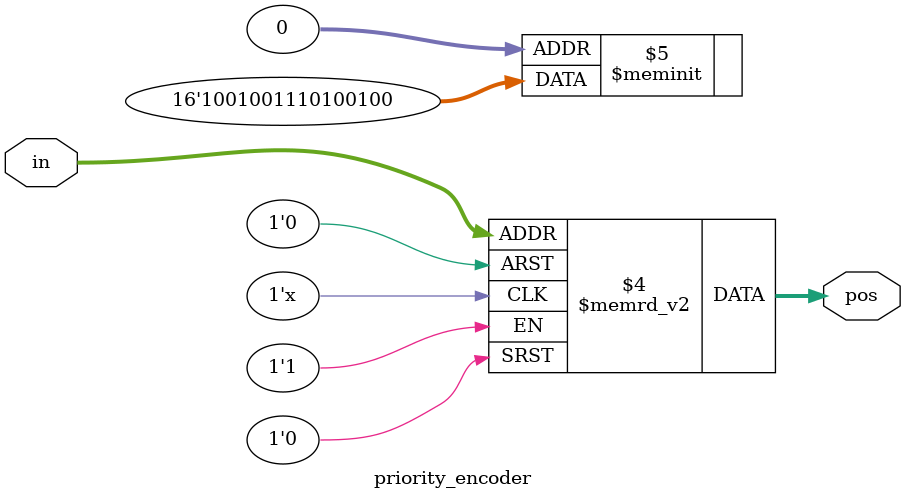
<source format=v>
module priority_encoder( 
input [2:0] in,
output reg [1:0] pos ); 
// When sel=1, assign b to out
always @(*)
begin 
case(in) 
3'b000: pos=0; 
3'b001: pos=1; 
3'b010: pos=2; 
3'b011: pos=2; 
3'b100: pos=3; 
3'b101: pos=0; 
3'b110: pos=1; 
3'b111: pos=2; 
//default: pos=0; 
endcase
end 
endmodule

</source>
